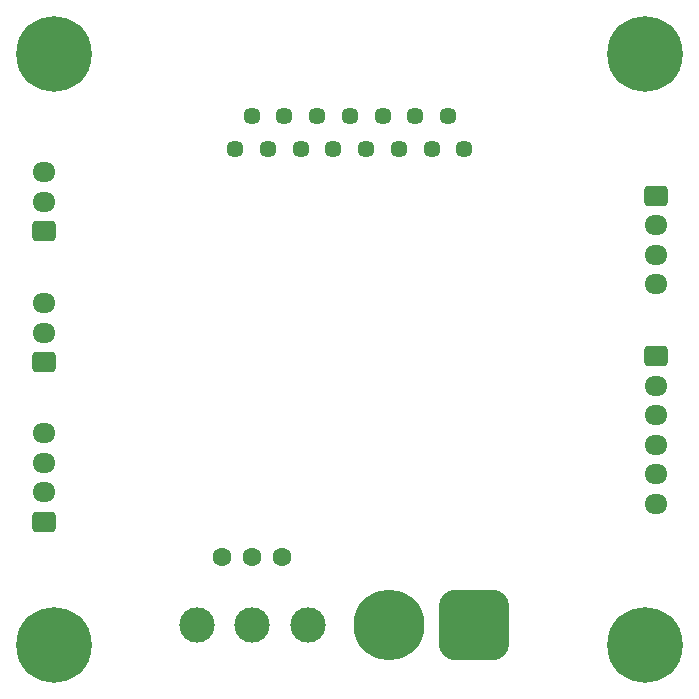
<source format=gbr>
%TF.GenerationSoftware,KiCad,Pcbnew,8.0.0*%
%TF.CreationDate,2024-10-22T21:16:36+02:00*%
%TF.ProjectId,ProjetCorps,50726f6a-6574-4436-9f72-70732e6b6963,rev?*%
%TF.SameCoordinates,Original*%
%TF.FileFunction,Soldermask,Bot*%
%TF.FilePolarity,Negative*%
%FSLAX46Y46*%
G04 Gerber Fmt 4.6, Leading zero omitted, Abs format (unit mm)*
G04 Created by KiCad (PCBNEW 8.0.0) date 2024-10-22 21:16:36*
%MOMM*%
%LPD*%
G01*
G04 APERTURE LIST*
G04 Aperture macros list*
%AMRoundRect*
0 Rectangle with rounded corners*
0 $1 Rounding radius*
0 $2 $3 $4 $5 $6 $7 $8 $9 X,Y pos of 4 corners*
0 Add a 4 corners polygon primitive as box body*
4,1,4,$2,$3,$4,$5,$6,$7,$8,$9,$2,$3,0*
0 Add four circle primitives for the rounded corners*
1,1,$1+$1,$2,$3*
1,1,$1+$1,$4,$5*
1,1,$1+$1,$6,$7*
1,1,$1+$1,$8,$9*
0 Add four rect primitives between the rounded corners*
20,1,$1+$1,$2,$3,$4,$5,0*
20,1,$1+$1,$4,$5,$6,$7,0*
20,1,$1+$1,$6,$7,$8,$9,0*
20,1,$1+$1,$8,$9,$2,$3,0*%
G04 Aperture macros list end*
%ADD10C,0.800000*%
%ADD11C,6.400000*%
%ADD12RoundRect,0.250000X0.725000X-0.600000X0.725000X0.600000X-0.725000X0.600000X-0.725000X-0.600000X0*%
%ADD13O,1.950000X1.700000*%
%ADD14RoundRect,0.250000X-0.725000X0.600000X-0.725000X-0.600000X0.725000X-0.600000X0.725000X0.600000X0*%
%ADD15C,3.000000*%
%ADD16C,1.600000*%
%ADD17RoundRect,1.500000X1.500000X1.500000X-1.500000X1.500000X-1.500000X-1.500000X1.500000X-1.500000X0*%
%ADD18C,6.000000*%
%ADD19C,1.447800*%
G04 APERTURE END LIST*
D10*
%TO.C,H102*%
X92600000Y-45000000D03*
X93302944Y-43302944D03*
X93302944Y-46697056D03*
X95000000Y-42600000D03*
D11*
X95000000Y-45000000D03*
D10*
X95000000Y-47400000D03*
X96697056Y-43302944D03*
X96697056Y-46697056D03*
X97400000Y-45000000D03*
%TD*%
%TO.C,H103*%
X42600000Y-95000000D03*
X43302944Y-93302944D03*
X43302944Y-96697056D03*
X45000000Y-92600000D03*
D11*
X45000000Y-95000000D03*
D10*
X45000000Y-97400000D03*
X46697056Y-93302944D03*
X46697056Y-96697056D03*
X47400000Y-95000000D03*
%TD*%
D12*
%TO.C,J103*%
X44100000Y-71100000D03*
D13*
X44100000Y-68600000D03*
X44100000Y-66100000D03*
%TD*%
D14*
%TO.C,J1*%
X95900000Y-57000000D03*
D13*
X95900000Y-59500000D03*
X95900000Y-62000000D03*
X95900000Y-64500000D03*
%TD*%
D10*
%TO.C,H101*%
X42600000Y-45000000D03*
X43302944Y-43302944D03*
X43302944Y-46697056D03*
X45000000Y-42600000D03*
D11*
X45000000Y-45000000D03*
D10*
X45000000Y-47400000D03*
X46697056Y-43302944D03*
X46697056Y-46697056D03*
X47400000Y-45000000D03*
%TD*%
D15*
%TO.C,SW101*%
X57050000Y-93350000D03*
X61750000Y-93350000D03*
X66450000Y-93350000D03*
%TD*%
D16*
%TO.C,U104*%
X59210000Y-87600000D03*
X61750000Y-87600000D03*
X64290000Y-87600000D03*
%TD*%
D17*
%TO.C,J101*%
X80525000Y-93350000D03*
D18*
X73325000Y-93350000D03*
%TD*%
D12*
%TO.C,J3*%
X44100000Y-84600000D03*
D13*
X44100000Y-82100000D03*
X44100000Y-79600000D03*
X44100000Y-77100000D03*
%TD*%
D14*
%TO.C,J2*%
X95900000Y-70600000D03*
D13*
X95900000Y-73100000D03*
X95900000Y-75600000D03*
X95900000Y-78100000D03*
X95900000Y-80600000D03*
X95900000Y-83100000D03*
%TD*%
D10*
%TO.C,H104*%
X92600000Y-95000000D03*
X93302944Y-93302944D03*
X93302944Y-96697056D03*
X95000000Y-92600000D03*
D11*
X95000000Y-95000000D03*
D10*
X95000000Y-97400000D03*
X96697056Y-93302944D03*
X96697056Y-96697056D03*
X97400000Y-95000000D03*
%TD*%
D19*
%TO.C,J104*%
X60315002Y-53059999D03*
X63085001Y-53059999D03*
X65855001Y-53059999D03*
X68625001Y-53059999D03*
X71395000Y-53059999D03*
X74165000Y-53059999D03*
X76934999Y-53059999D03*
X79704999Y-53059999D03*
X61700000Y-50220000D03*
X64470000Y-50220000D03*
X67239999Y-50220000D03*
X70009999Y-50220000D03*
X72779999Y-50220000D03*
X75549998Y-50220000D03*
X78319998Y-50220000D03*
%TD*%
D12*
%TO.C,J102*%
X44100000Y-60000000D03*
D13*
X44100000Y-57500000D03*
X44100000Y-55000000D03*
%TD*%
M02*

</source>
